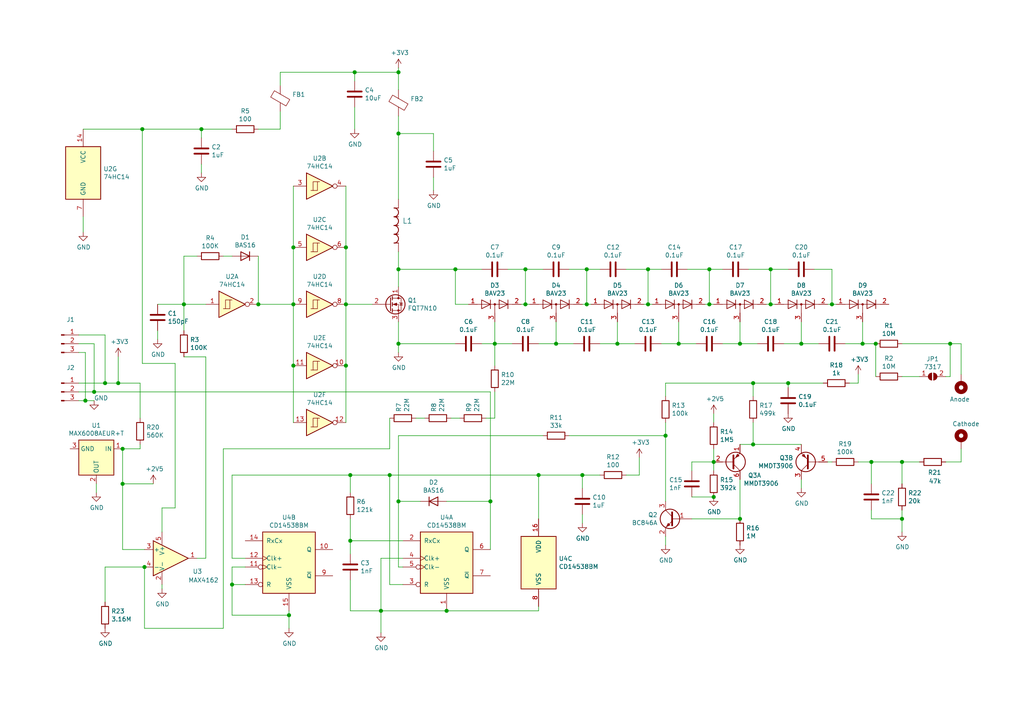
<source format=kicad_sch>
(kicad_sch (version 20201015) (generator eeschema)
  (paper "A4")
  (title_block (title "SafePulse") (date "2021-01-17") (rev "2.01") (company "SafeCast") (comment 1 "Double Sided Version"))
  (junction (at 24.765 116.205) (diameter 1.016))
  (junction (at 27.305 113.665) (diameter 1.016))
  (junction (at 30.48 111.125) (diameter 1.016))
  (junction (at 34.29 111.125) (diameter 1.016))
  (junction (at 35.56 130.175) (diameter 1.016))
  (junction (at 35.56 140.335) (diameter 1.016))
  (junction (at 41.275 37.465) (diameter 1.016))
  (junction (at 41.91 164.465) (diameter 1.016))
  (junction (at 53.34 88.265) (diameter 1.016))
  (junction (at 58.42 37.465) (diameter 1.016))
  (junction (at 67.31 169.545) (diameter 1.016))
  (junction (at 74.93 88.265) (diameter 1.016))
  (junction (at 83.82 178.435) (diameter 1.016))
  (junction (at 85.09 71.755) (diameter 1.016))
  (junction (at 85.09 88.265) (diameter 1.016))
  (junction (at 85.09 106.045) (diameter 1.016))
  (junction (at 100.33 71.755) (diameter 1.016))
  (junction (at 100.33 88.265) (diameter 1.016))
  (junction (at 100.33 106.045) (diameter 1.016))
  (junction (at 101.6 137.795) (diameter 1.016))
  (junction (at 101.6 156.845) (diameter 1.016))
  (junction (at 102.87 20.955) (diameter 1.016))
  (junction (at 110.49 177.165) (diameter 1.016))
  (junction (at 113.03 137.795) (diameter 1.016))
  (junction (at 115.57 20.955) (diameter 1.016))
  (junction (at 115.57 38.735) (diameter 1.016))
  (junction (at 115.57 78.105) (diameter 1.016))
  (junction (at 115.57 99.695) (diameter 1.016))
  (junction (at 115.57 145.415) (diameter 1.016))
  (junction (at 129.54 177.165) (diameter 1.016))
  (junction (at 132.08 78.105) (diameter 1.016))
  (junction (at 142.24 145.415) (diameter 1.016))
  (junction (at 143.51 99.695) (diameter 1.016))
  (junction (at 152.4 78.105) (diameter 1.016))
  (junction (at 152.4 88.265) (diameter 1.016))
  (junction (at 156.21 137.795) (diameter 1.016))
  (junction (at 161.29 99.695) (diameter 1.016))
  (junction (at 168.91 137.795) (diameter 1.016))
  (junction (at 170.18 78.105) (diameter 1.016))
  (junction (at 170.18 88.265) (diameter 1.016))
  (junction (at 179.07 99.695) (diameter 1.016))
  (junction (at 187.96 78.105) (diameter 1.016))
  (junction (at 187.96 88.265) (diameter 1.016))
  (junction (at 193.04 126.365) (diameter 1.016))
  (junction (at 196.85 99.695) (diameter 1.016))
  (junction (at 205.74 78.105) (diameter 1.016))
  (junction (at 205.74 88.265) (diameter 1.016))
  (junction (at 207.01 133.985) (diameter 1.016))
  (junction (at 207.01 144.145) (diameter 1.016))
  (junction (at 214.63 99.695) (diameter 1.016))
  (junction (at 214.63 150.495) (diameter 1.016))
  (junction (at 218.44 111.125) (diameter 1.016))
  (junction (at 218.44 128.905) (diameter 1.016))
  (junction (at 223.52 78.105) (diameter 1.016))
  (junction (at 223.52 88.265) (diameter 1.016))
  (junction (at 228.6 111.125) (diameter 1.016))
  (junction (at 232.41 99.695) (diameter 1.016))
  (junction (at 241.3 88.265) (diameter 1.016))
  (junction (at 250.19 99.695) (diameter 1.016))
  (junction (at 252.73 133.985) (diameter 1.016))
  (junction (at 254 99.695) (diameter 1.016))
  (junction (at 261.62 133.985) (diameter 1.016))
  (junction (at 261.62 150.495) (diameter 1.016))
  (junction (at 275.59 99.695) (diameter 1.016))
  (wire (pts (xy 22.86 97.155) (xy 30.48 97.155)))
  (wire (pts (xy 22.86 99.695) (xy 27.305 99.695)))
  (wire (pts (xy 22.86 102.235) (xy 24.765 102.235)))
  (wire (pts (xy 22.86 111.125) (xy 30.48 111.125)))
  (wire (pts (xy 22.86 113.665) (xy 27.305 113.665)))
  (wire (pts (xy 22.86 116.205) (xy 24.765 116.205)))
  (wire (pts (xy 24.13 37.465) (xy 41.275 37.465)))
  (wire (pts (xy 24.13 62.865) (xy 24.13 67.31)))
  (wire (pts (xy 24.765 102.235) (xy 24.765 116.205)))
  (wire (pts (xy 24.765 116.205) (xy 27.305 116.205)))
  (wire (pts (xy 27.305 99.695) (xy 27.305 113.665)))
  (wire (pts (xy 27.305 113.665) (xy 142.24 113.665)))
  (wire (pts (xy 27.94 142.875) (xy 27.94 140.335)))
  (wire (pts (xy 30.48 97.155) (xy 30.48 111.125)))
  (wire (pts (xy 30.48 111.125) (xy 34.29 111.125)))
  (wire (pts (xy 30.48 164.465) (xy 30.48 174.625)))
  (wire (pts (xy 34.29 103.505) (xy 34.29 111.125)))
  (wire (pts (xy 34.29 111.125) (xy 40.64 111.125)))
  (wire (pts (xy 35.56 130.175) (xy 35.56 140.335)))
  (wire (pts (xy 35.56 140.335) (xy 35.56 159.385)))
  (wire (pts (xy 40.64 111.125) (xy 40.64 121.285)))
  (wire (pts (xy 40.64 128.905) (xy 40.64 130.175)))
  (wire (pts (xy 40.64 130.175) (xy 35.56 130.175)))
  (wire (pts (xy 41.275 37.465) (xy 58.42 37.465)))
  (wire (pts (xy 41.275 105.41) (xy 41.275 37.465)))
  (wire (pts (xy 41.91 159.385) (xy 35.56 159.385)))
  (wire (pts (xy 41.91 164.465) (xy 30.48 164.465)))
  (wire (pts (xy 41.91 182.245) (xy 41.91 164.465)))
  (wire (pts (xy 44.45 140.335) (xy 35.56 140.335)))
  (wire (pts (xy 45.72 88.265) (xy 53.34 88.265)))
  (wire (pts (xy 45.72 95.885) (xy 45.72 98.425)))
  (wire (pts (xy 46.99 147.32) (xy 50.8 147.32)))
  (wire (pts (xy 46.99 154.305) (xy 46.99 147.32)))
  (wire (pts (xy 46.99 170.815) (xy 46.99 169.545)))
  (wire (pts (xy 50.8 105.41) (xy 41.275 105.41)))
  (wire (pts (xy 50.8 147.32) (xy 50.8 105.41)))
  (wire (pts (xy 53.34 74.295) (xy 53.34 88.265)))
  (wire (pts (xy 53.34 74.295) (xy 57.15 74.295)))
  (wire (pts (xy 53.34 88.265) (xy 53.34 95.885)))
  (wire (pts (xy 53.34 88.265) (xy 59.69 88.265)))
  (wire (pts (xy 57.15 161.925) (xy 59.69 161.925)))
  (wire (pts (xy 58.42 40.005) (xy 58.42 37.465)))
  (wire (pts (xy 58.42 50.165) (xy 58.42 47.625)))
  (wire (pts (xy 59.69 103.505) (xy 53.34 103.505)))
  (wire (pts (xy 59.69 161.925) (xy 59.69 103.505)))
  (wire (pts (xy 64.77 74.295) (xy 67.31 74.295)))
  (wire (pts (xy 64.77 130.175) (xy 64.77 182.245)))
  (wire (pts (xy 64.77 130.175) (xy 113.03 130.175)))
  (wire (pts (xy 64.77 182.245) (xy 41.91 182.245)))
  (wire (pts (xy 67.31 37.465) (xy 58.42 37.465)))
  (wire (pts (xy 67.31 137.795) (xy 67.31 161.925)))
  (wire (pts (xy 67.31 161.925) (xy 71.12 161.925)))
  (wire (pts (xy 67.31 164.465) (xy 67.31 169.545)))
  (wire (pts (xy 67.31 169.545) (xy 67.31 178.435)))
  (wire (pts (xy 67.31 178.435) (xy 83.82 178.435)))
  (wire (pts (xy 71.12 164.465) (xy 67.31 164.465)))
  (wire (pts (xy 71.12 169.545) (xy 67.31 169.545)))
  (wire (pts (xy 74.93 37.465) (xy 81.28 37.465)))
  (wire (pts (xy 74.93 74.295) (xy 74.93 88.265)))
  (wire (pts (xy 74.93 88.265) (xy 85.09 88.265)))
  (wire (pts (xy 81.28 20.955) (xy 102.87 20.955)))
  (wire (pts (xy 81.28 24.765) (xy 81.28 20.955)))
  (wire (pts (xy 81.28 37.465) (xy 81.28 32.385)))
  (wire (pts (xy 83.82 178.435) (xy 83.82 177.165)))
  (wire (pts (xy 83.82 182.245) (xy 83.82 178.435)))
  (wire (pts (xy 85.09 53.975) (xy 85.09 71.755)))
  (wire (pts (xy 85.09 71.755) (xy 85.09 88.265)))
  (wire (pts (xy 85.09 88.265) (xy 85.09 106.045)))
  (wire (pts (xy 85.09 106.045) (xy 85.09 122.555)))
  (wire (pts (xy 100.33 53.975) (xy 100.33 71.755)))
  (wire (pts (xy 100.33 71.755) (xy 100.33 88.265)))
  (wire (pts (xy 100.33 88.265) (xy 100.33 106.045)))
  (wire (pts (xy 100.33 88.265) (xy 107.95 88.265)))
  (wire (pts (xy 100.33 106.045) (xy 100.33 122.555)))
  (wire (pts (xy 101.6 137.795) (xy 67.31 137.795)))
  (wire (pts (xy 101.6 142.875) (xy 101.6 137.795)))
  (wire (pts (xy 101.6 150.495) (xy 101.6 156.845)))
  (wire (pts (xy 101.6 156.845) (xy 101.6 160.655)))
  (wire (pts (xy 101.6 168.275) (xy 101.6 177.165)))
  (wire (pts (xy 101.6 177.165) (xy 110.49 177.165)))
  (wire (pts (xy 102.87 20.955) (xy 115.57 20.955)))
  (wire (pts (xy 102.87 23.495) (xy 102.87 20.955)))
  (wire (pts (xy 102.87 31.115) (xy 102.87 37.465)))
  (wire (pts (xy 110.49 161.925) (xy 110.49 177.165)))
  (wire (pts (xy 110.49 177.165) (xy 110.49 183.515)))
  (wire (pts (xy 110.49 177.165) (xy 129.54 177.165)))
  (wire (pts (xy 113.03 130.175) (xy 113.03 121.285)))
  (wire (pts (xy 113.03 137.795) (xy 101.6 137.795)))
  (wire (pts (xy 113.03 137.795) (xy 156.21 137.795)))
  (wire (pts (xy 113.03 169.545) (xy 113.03 137.795)))
  (wire (pts (xy 115.57 20.955) (xy 115.57 19.685)))
  (wire (pts (xy 115.57 26.035) (xy 115.57 20.955)))
  (wire (pts (xy 115.57 33.655) (xy 115.57 38.735)))
  (wire (pts (xy 115.57 38.735) (xy 115.57 57.785)))
  (wire (pts (xy 115.57 73.025) (xy 115.57 78.105)))
  (wire (pts (xy 115.57 78.105) (xy 132.08 78.105)))
  (wire (pts (xy 115.57 83.185) (xy 115.57 78.105)))
  (wire (pts (xy 115.57 93.345) (xy 115.57 99.695)))
  (wire (pts (xy 115.57 99.695) (xy 132.08 99.695)))
  (wire (pts (xy 115.57 102.235) (xy 115.57 99.695)))
  (wire (pts (xy 115.57 126.365) (xy 157.48 126.365)))
  (wire (pts (xy 115.57 145.415) (xy 115.57 126.365)))
  (wire (pts (xy 115.57 145.415) (xy 121.92 145.415)))
  (wire (pts (xy 115.57 164.465) (xy 115.57 145.415)))
  (wire (pts (xy 116.84 156.845) (xy 101.6 156.845)))
  (wire (pts (xy 116.84 161.925) (xy 110.49 161.925)))
  (wire (pts (xy 116.84 164.465) (xy 115.57 164.465)))
  (wire (pts (xy 116.84 169.545) (xy 113.03 169.545)))
  (wire (pts (xy 120.65 121.285) (xy 123.19 121.285)))
  (wire (pts (xy 125.73 38.735) (xy 115.57 38.735)))
  (wire (pts (xy 125.73 43.815) (xy 125.73 38.735)))
  (wire (pts (xy 125.73 55.245) (xy 125.73 51.435)))
  (wire (pts (xy 129.54 145.415) (xy 142.24 145.415)))
  (wire (pts (xy 129.54 177.165) (xy 156.21 177.165)))
  (wire (pts (xy 130.81 121.285) (xy 133.35 121.285)))
  (wire (pts (xy 132.08 78.105) (xy 132.08 88.265)))
  (wire (pts (xy 135.89 88.265) (xy 132.08 88.265)))
  (wire (pts (xy 139.7 78.105) (xy 132.08 78.105)))
  (wire (pts (xy 139.7 99.695) (xy 143.51 99.695)))
  (wire (pts (xy 140.97 121.285) (xy 143.51 121.285)))
  (wire (pts (xy 142.24 113.665) (xy 142.24 145.415)))
  (wire (pts (xy 142.24 145.415) (xy 142.24 159.385)))
  (wire (pts (xy 143.51 93.345) (xy 143.51 99.695)))
  (wire (pts (xy 143.51 99.695) (xy 148.59 99.695)))
  (wire (pts (xy 143.51 106.045) (xy 143.51 99.695)))
  (wire (pts (xy 143.51 113.665) (xy 143.51 121.285)))
  (wire (pts (xy 151.13 88.265) (xy 152.4 88.265)))
  (wire (pts (xy 152.4 78.105) (xy 147.32 78.105)))
  (wire (pts (xy 152.4 88.265) (xy 152.4 78.105)))
  (wire (pts (xy 152.4 88.265) (xy 153.67 88.265)))
  (wire (pts (xy 156.21 99.695) (xy 161.29 99.695)))
  (wire (pts (xy 156.21 137.795) (xy 168.91 137.795)))
  (wire (pts (xy 156.21 150.495) (xy 156.21 137.795)))
  (wire (pts (xy 156.21 177.165) (xy 156.21 175.895)))
  (wire (pts (xy 157.48 78.105) (xy 152.4 78.105)))
  (wire (pts (xy 161.29 93.345) (xy 161.29 99.695)))
  (wire (pts (xy 161.29 99.695) (xy 166.37 99.695)))
  (wire (pts (xy 165.1 78.105) (xy 170.18 78.105)))
  (wire (pts (xy 165.1 126.365) (xy 193.04 126.365)))
  (wire (pts (xy 168.91 88.265) (xy 170.18 88.265)))
  (wire (pts (xy 168.91 137.795) (xy 173.99 137.795)))
  (wire (pts (xy 168.91 141.605) (xy 168.91 137.795)))
  (wire (pts (xy 168.91 149.225) (xy 168.91 151.765)))
  (wire (pts (xy 170.18 78.105) (xy 173.99 78.105)))
  (wire (pts (xy 170.18 88.265) (xy 170.18 78.105)))
  (wire (pts (xy 170.18 88.265) (xy 171.45 88.265)))
  (wire (pts (xy 173.99 99.695) (xy 179.07 99.695)))
  (wire (pts (xy 179.07 93.345) (xy 179.07 99.695)))
  (wire (pts (xy 179.07 99.695) (xy 184.15 99.695)))
  (wire (pts (xy 181.61 78.105) (xy 187.96 78.105)))
  (wire (pts (xy 181.61 137.795) (xy 185.42 137.795)))
  (wire (pts (xy 185.42 137.795) (xy 185.42 132.715)))
  (wire (pts (xy 186.69 88.265) (xy 187.96 88.265)))
  (wire (pts (xy 187.96 78.105) (xy 191.77 78.105)))
  (wire (pts (xy 187.96 88.265) (xy 187.96 78.105)))
  (wire (pts (xy 187.96 88.265) (xy 189.23 88.265)))
  (wire (pts (xy 191.77 99.695) (xy 196.85 99.695)))
  (wire (pts (xy 193.04 111.125) (xy 193.04 114.935)))
  (wire (pts (xy 193.04 111.125) (xy 218.44 111.125)))
  (wire (pts (xy 193.04 122.555) (xy 193.04 126.365)))
  (wire (pts (xy 193.04 126.365) (xy 193.04 145.415)))
  (wire (pts (xy 193.04 158.115) (xy 193.04 155.575)))
  (wire (pts (xy 196.85 93.345) (xy 196.85 99.695)))
  (wire (pts (xy 196.85 99.695) (xy 201.93 99.695)))
  (wire (pts (xy 199.39 78.105) (xy 205.74 78.105)))
  (wire (pts (xy 200.66 133.985) (xy 207.01 133.985)))
  (wire (pts (xy 200.66 136.525) (xy 200.66 133.985)))
  (wire (pts (xy 200.66 144.145) (xy 207.01 144.145)))
  (wire (pts (xy 200.66 150.495) (xy 214.63 150.495)))
  (wire (pts (xy 204.47 88.265) (xy 205.74 88.265)))
  (wire (pts (xy 205.74 78.105) (xy 209.55 78.105)))
  (wire (pts (xy 205.74 88.265) (xy 205.74 78.105)))
  (wire (pts (xy 205.74 88.265) (xy 207.01 88.265)))
  (wire (pts (xy 207.01 120.015) (xy 207.01 122.555)))
  (wire (pts (xy 207.01 130.175) (xy 207.01 133.985)))
  (wire (pts (xy 207.01 133.985) (xy 207.01 136.525)))
  (wire (pts (xy 209.55 99.695) (xy 214.63 99.695)))
  (wire (pts (xy 214.63 93.345) (xy 214.63 99.695)))
  (wire (pts (xy 214.63 99.695) (xy 219.71 99.695)))
  (wire (pts (xy 214.63 128.905) (xy 218.44 128.905)))
  (wire (pts (xy 214.63 139.065) (xy 214.63 150.495)))
  (wire (pts (xy 217.17 78.105) (xy 223.52 78.105)))
  (wire (pts (xy 218.44 111.125) (xy 218.44 114.935)))
  (wire (pts (xy 218.44 111.125) (xy 228.6 111.125)))
  (wire (pts (xy 218.44 122.555) (xy 218.44 128.905)))
  (wire (pts (xy 218.44 128.905) (xy 232.41 128.905)))
  (wire (pts (xy 222.25 88.265) (xy 223.52 88.265)))
  (wire (pts (xy 223.52 78.105) (xy 228.6 78.105)))
  (wire (pts (xy 223.52 88.265) (xy 223.52 78.105)))
  (wire (pts (xy 223.52 88.265) (xy 224.79 88.265)))
  (wire (pts (xy 227.33 99.695) (xy 232.41 99.695)))
  (wire (pts (xy 228.6 111.125) (xy 228.6 112.395)))
  (wire (pts (xy 228.6 111.125) (xy 238.76 111.125)))
  (wire (pts (xy 232.41 93.345) (xy 232.41 99.695)))
  (wire (pts (xy 232.41 99.695) (xy 237.49 99.695)))
  (wire (pts (xy 232.41 141.605) (xy 232.41 139.065)))
  (wire (pts (xy 236.22 78.105) (xy 241.3 78.105)))
  (wire (pts (xy 240.03 88.265) (xy 241.3 88.265)))
  (wire (pts (xy 240.03 133.985) (xy 241.3 133.985)))
  (wire (pts (xy 241.3 78.105) (xy 241.3 88.265)))
  (wire (pts (xy 241.3 88.265) (xy 242.57 88.265)))
  (wire (pts (xy 245.11 99.695) (xy 250.19 99.695)))
  (wire (pts (xy 246.38 111.125) (xy 248.92 111.125)))
  (wire (pts (xy 248.92 111.125) (xy 248.92 108.585)))
  (wire (pts (xy 248.92 133.985) (xy 252.73 133.985)))
  (wire (pts (xy 250.19 93.345) (xy 250.19 99.695)))
  (wire (pts (xy 250.19 99.695) (xy 254 99.695)))
  (wire (pts (xy 252.73 133.985) (xy 252.73 140.335)))
  (wire (pts (xy 252.73 133.985) (xy 261.62 133.985)))
  (wire (pts (xy 252.73 147.955) (xy 252.73 150.495)))
  (wire (pts (xy 252.73 150.495) (xy 261.62 150.495)))
  (wire (pts (xy 254 109.22) (xy 254 99.695)))
  (wire (pts (xy 261.62 99.695) (xy 275.59 99.695)))
  (wire (pts (xy 261.62 109.22) (xy 266.7 109.22)))
  (wire (pts (xy 261.62 133.985) (xy 261.62 140.335)))
  (wire (pts (xy 261.62 133.985) (xy 266.7 133.985)))
  (wire (pts (xy 261.62 147.955) (xy 261.62 150.495)))
  (wire (pts (xy 261.62 150.495) (xy 261.62 154.305)))
  (wire (pts (xy 274.32 109.22) (xy 275.59 109.22)))
  (wire (pts (xy 274.32 133.985) (xy 278.765 133.985)))
  (wire (pts (xy 275.59 99.695) (xy 278.765 99.695)))
  (wire (pts (xy 275.59 109.22) (xy 275.59 99.695)))
  (wire (pts (xy 278.765 99.695) (xy 278.765 108.585)))
  (wire (pts (xy 278.765 133.985) (xy 278.765 130.175)))
  (symbol (lib_id "power:+3.3V") (at 34.29 103.505 0) (unit 1)
    (property "Reference" "#PWR04" (effects hide))
    (property "Value" "+3.3V" (at 34.671 99.1108 0))
  )
  (symbol (lib_id "power:+2V5") (at 44.45 140.335 0) (unit 1)
    (property "Reference" "#PWR08" (effects hide))
    (property "Value" "+2V5" (at 44.8183 136.0106 0))
  )
  (symbol (lib_id "power:+3.3V") (at 115.57 19.685 0) (unit 1)
    (property "Reference" "#PWR013" (effects hide))
    (property "Value" "+3.3V" (at 115.951 15.2908 0))
  )
  (symbol (lib_id "power:+3.3V") (at 185.42 132.715 0) (unit 1)
    (property "Reference" "#PWR017" (effects hide))
    (property "Value" "+3.3V" (at 185.801 128.3208 0))
  )
  (symbol (lib_id "power:+2V5") (at 207.01 120.015 0) (unit 1)
    (property "Reference" "#PWR019" (effects hide))
    (property "Value" "+2V5" (at 207.3783 115.6906 0))
  )
  (symbol (lib_id "power:+3V3") (at 248.92 108.585 0) (unit 1)
    (property "Reference" "#PWR024" (effects hide))
    (property "Value" "+3V3" (at 249.2883 104.2606 0))
  )
  (symbol (lib_id "power:GND") (at 24.13 67.31 0) (unit 1)
    (property "Reference" "#PWR03" (effects hide))
    (property "Value" "GND" (at 24.257 71.7042 0))
  )
  (symbol (lib_id "power:GND") (at 27.305 116.205 0) (unit 1)
    (property "Reference" "#PWR05" (effects hide))
    (property "Value" "GND" (at 29.3243 115.4494 0))
  )
  (symbol (lib_id "power:GND") (at 27.94 142.875 0) (unit 1)
    (property "Reference" "#PWR01" (effects hide))
    (property "Value" "GND" (at 28.067 147.2692 0))
  )
  (symbol (lib_id "power:GND") (at 30.48 182.245 0) (unit 1)
    (property "Reference" "#PWR02" (effects hide))
    (property "Value" "GND" (at 30.607 186.6392 0))
  )
  (symbol (lib_id "power:GND") (at 45.72 98.425 0) (unit 1)
    (property "Reference" "#PWR06" (effects hide))
    (property "Value" "GND" (at 45.847 102.8192 0))
  )
  (symbol (lib_id "power:GND") (at 46.99 170.815 0) (unit 1)
    (property "Reference" "#PWR07" (effects hide))
    (property "Value" "GND" (at 47.117 175.2092 0))
  )
  (symbol (lib_id "power:GND") (at 58.42 50.165 0) (unit 1)
    (property "Reference" "#PWR09" (effects hide))
    (property "Value" "GND" (at 58.547 54.5592 0))
  )
  (symbol (lib_id "power:GND") (at 83.82 182.245 0) (unit 1)
    (property "Reference" "#PWR010" (effects hide))
    (property "Value" "GND" (at 83.947 186.6392 0))
  )
  (symbol (lib_id "power:GND") (at 102.87 37.465 0) (unit 1)
    (property "Reference" "#PWR011" (effects hide))
    (property "Value" "GND" (at 102.997 41.8592 0))
  )
  (symbol (lib_id "power:GND") (at 110.49 183.515 0) (unit 1)
    (property "Reference" "#PWR012" (effects hide))
    (property "Value" "GND" (at 110.617 187.9092 0))
  )
  (symbol (lib_id "power:GND") (at 115.57 102.235 0) (unit 1)
    (property "Reference" "#PWR014" (effects hide))
    (property "Value" "GND" (at 115.697 106.6292 0))
  )
  (symbol (lib_id "power:GND") (at 125.73 55.245 0) (unit 1)
    (property "Reference" "#PWR015" (effects hide))
    (property "Value" "GND" (at 125.857 59.6392 0))
  )
  (symbol (lib_id "power:GND") (at 168.91 151.765 0) (unit 1)
    (property "Reference" "#PWR016" (effects hide))
    (property "Value" "GND" (at 169.037 156.1592 0))
  )
  (symbol (lib_id "power:GND") (at 193.04 158.115 0) (unit 1)
    (property "Reference" "#PWR018" (effects hide))
    (property "Value" "GND" (at 193.167 162.5092 0))
  )
  (symbol (lib_id "power:GND") (at 207.01 144.145 0) (unit 1)
    (property "Reference" "#PWR020" (effects hide))
    (property "Value" "GND" (at 207.1243 148.4694 0))
  )
  (symbol (lib_id "power:GND") (at 214.63 158.115 0) (unit 1)
    (property "Reference" "#PWR021" (effects hide))
    (property "Value" "GND" (at 214.7443 162.4394 0))
  )
  (symbol (lib_id "power:GND") (at 228.6 120.015 0) (unit 1)
    (property "Reference" "#PWR022" (effects hide))
    (property "Value" "GND" (at 228.7143 124.3394 0))
  )
  (symbol (lib_id "power:GND") (at 232.41 141.605 0) (unit 1)
    (property "Reference" "#PWR023" (effects hide))
    (property "Value" "GND" (at 232.537 145.9992 0))
  )
  (symbol (lib_id "power:GND") (at 261.62 154.305 0) (unit 1)
    (property "Reference" "#PWR025" (effects hide))
    (property "Value" "GND" (at 261.7343 158.6294 0))
  )
  (symbol (lib_id "Device:R") (at 30.48 178.435 0) (unit 1)
    (property "Reference" "R23" (at 32.258 177.267 0) (effects (justify left)))
    (property "Value" "3.16M" (at 32.258 179.578 0) (effects (justify left)))
    (property "Footprint" "Resistor_SMD:R_0805_2012Metric" (effects hide))
    (property "Datasheet" "https://www.digikey.com/en/products/detail/yageo/RC0805FR-073M16L/727809" (effects hide))
  )
  (symbol (lib_id "Device:R") (at 40.64 125.095 0) (unit 1)
    (property "Reference" "R20" (at 42.418 123.927 0) (effects (justify left)))
    (property "Value" "560K" (at 42.418 126.238 0) (effects (justify left)))
    (property "Footprint" "Resistor_SMD:R_0805_2012Metric" (effects hide))
    (property "Datasheet" "https://www.digikey.com/en/products/detail/yageo/RT0805FRE07560KL/1079317" (effects hide))
  )
  (symbol (lib_id "Device:R") (at 53.34 99.695 0) (unit 1)
    (property "Reference" "R3" (at 55.118 98.5266 0) (effects (justify left)))
    (property "Value" "100K" (at 55.118 100.838 0) (effects (justify left)))
    (property "Footprint" "Resistor_SMD:R_0805_2012Metric" (effects hide))
    (property "Datasheet" "https://www.digikey.com/en/products/detail/stackpole-electronics-inc/RMCF0805FT100K/1760712" (effects hide))
  )
  (symbol (lib_id "Device:R") (at 60.96 74.295 90) (unit 1)
    (property "Reference" "R4" (at 60.96 69.0372 90))
    (property "Value" "100K" (at 60.96 71.3486 90))
    (property "Footprint" "Resistor_SMD:R_0805_2012Metric" (effects hide))
    (property "Datasheet" "https://www.digikey.com/en/products/detail/stackpole-electronics-inc/RMCF0805FT100K/1760712" (effects hide))
  )
  (symbol (lib_id "Device:R") (at 71.12 37.465 90) (unit 1)
    (property "Reference" "R5" (at 71.12 32.2072 90))
    (property "Value" "100" (at 71.12 34.519 90))
    (property "Footprint" "Resistor_SMD:R_0805_2012Metric" (effects hide))
    (property "Datasheet" "https://www.digikey.com/en/products/detail/te-connectivity-passive-product/CRG0805F100R/2380830" (effects hide))
  )
  (symbol (lib_id "Device:R") (at 101.6 146.685 0) (unit 1)
    (property "Reference" "R6" (at 103.378 145.5166 0) (effects (justify left)))
    (property "Value" "121k" (at 103.378 147.828 0) (effects (justify left)))
    (property "Footprint" "Resistor_SMD:R_0805_2012Metric" (effects hide))
    (property "Datasheet" "https://www.digikey.com/en/products/detail/koa-speer-electronics-inc/RK73H2ATTD1213F/10235721" (effects hide))
  )
  (symbol (lib_id "Device:R") (at 116.84 121.285 90) (unit 1)
    (property "Reference" "R7" (at 115.6716 119.507 0) (effects (justify left)))
    (property "Value" "22M" (at 117.983 119.507 0) (effects (justify left)))
    (property "Footprint" "Resistor_SMD:R_0805_2012Metric" (effects hide))
    (property "Datasheet" "https://www.digikey.com/en/products/detail/stackpole-electronics-inc/RMCF0805FT22M0/6053747" (effects hide))
  )
  (symbol (lib_id "Device:R") (at 127 121.285 90) (unit 1)
    (property "Reference" "R8" (at 125.8316 119.507 0) (effects (justify left)))
    (property "Value" "22M" (at 128.143 119.507 0) (effects (justify left)))
    (property "Footprint" "Resistor_SMD:R_0805_2012Metric" (effects hide))
    (property "Datasheet" "https://www.digikey.com/en/products/detail/stackpole-electronics-inc/RMCF0805FT22M0/6053747" (effects hide))
  )
  (symbol (lib_id "Device:R") (at 137.16 121.285 90) (unit 1)
    (property "Reference" "R9" (at 135.9916 119.507 0) (effects (justify left)))
    (property "Value" "22M" (at 138.303 119.507 0) (effects (justify left)))
    (property "Footprint" "Resistor_SMD:R_0805_2012Metric" (effects hide))
    (property "Datasheet" "https://www.digikey.com/en/products/detail/stackpole-electronics-inc/RMCF0805FT22M0/6053747" (effects hide))
  )
  (symbol (lib_id "Device:R") (at 143.51 109.855 0) (unit 1)
    (property "Reference" "R10" (at 145.288 108.6866 0) (effects (justify left)))
    (property "Value" "22M" (at 145.288 110.998 0) (effects (justify left)))
    (property "Footprint" "Resistor_SMD:R_0805_2012Metric" (effects hide))
    (property "Datasheet" "https://www.digikey.com/en/products/detail/stackpole-electronics-inc/RMCF0805FT22M0/6053747" (effects hide))
  )
  (symbol (lib_id "Device:R") (at 161.29 126.365 90) (unit 1)
    (property "Reference" "R11" (at 161.29 121.1072 90))
    (property "Value" "33k" (at 161.29 123.4186 90))
    (property "Footprint" "Resistor_SMD:R_0805_2012Metric" (effects hide))
    (property "Datasheet" "https://www.digikey.com/en/products/detail/te-connectivity-passive-product/CRGCQ0805F33K/8576369" (effects hide))
  )
  (symbol (lib_id "Device:R") (at 177.8 137.795 270) (unit 1)
    (property "Reference" "R12" (at 177.8 132.5372 90))
    (property "Value" "100" (at 177.8 134.8486 90))
    (property "Footprint" "Resistor_SMD:R_0805_2012Metric" (effects hide))
    (property "Datasheet" "https://www.digikey.com/en/products/detail/te-connectivity-passive-product/CRG0805F100R/2380830" (effects hide))
  )
  (symbol (lib_id "Device:R") (at 193.04 118.745 0) (unit 1)
    (property "Reference" "R13" (at 194.8181 117.5956 0) (effects (justify left)))
    (property "Value" "100k" (at 194.818 119.894 0) (effects (justify left)))
    (property "Footprint" "Resistor_SMD:R_0805_2012Metric" (effects hide))
    (property "Datasheet" "https://www.digikey.com/en/products/detail/stackpole-electronics-inc/RMCF0805FT100K/1760712" (effects hide))
  )
  (symbol (lib_id "Device:R") (at 207.01 126.365 0) (unit 1)
    (property "Reference" "R14" (at 208.7881 125.2156 0) (effects (justify left)))
    (property "Value" "1M5" (at 208.788 127.514 0) (effects (justify left)))
    (property "Footprint" "Resistor_SMD:R_0805_2012Metric" (effects hide))
    (property "Datasheet" "https://www.digikey.com/en/products/detail/vishay-dale/CRCW08051M50FKEA/1176034" (effects hide))
  )
  (symbol (lib_id "Device:R") (at 207.01 140.335 0) (unit 1)
    (property "Reference" "R15" (at 208.7881 139.1856 0) (effects (justify left)))
    (property "Value" "392k" (at 208.788 141.484 0) (effects (justify left)))
    (property "Footprint" "Resistor_SMD:R_0805_2012Metric" (effects hide))
    (property "Datasheet" "https://www.digikey.com/en/products/detail/yageo/RC0805FR-07392KL/727905" (effects hide))
  )
  (symbol (lib_id "Device:R") (at 214.63 154.305 0) (unit 1)
    (property "Reference" "R16" (at 216.4081 153.1556 0) (effects (justify left)))
    (property "Value" "1M" (at 216.408 155.454 0) (effects (justify left)))
    (property "Footprint" "Resistor_SMD:R_0805_2012Metric" (effects hide))
    (property "Datasheet" "https://www.digikey.com/en/products/detail/yageo/RT0805FRE071ML/1079056" (effects hide))
  )
  (symbol (lib_id "Device:R") (at 218.44 118.745 0) (unit 1)
    (property "Reference" "R17" (at 220.2181 117.5956 0) (effects (justify left)))
    (property "Value" "499k" (at 220.218 119.894 0) (effects (justify left)))
    (property "Footprint" "Resistor_SMD:R_0805_2012Metric" (effects hide))
    (property "Datasheet" "https://www.digikey.com/en/products/detail/stackpole-electronics-inc/RMCF0805FT499K/1760301" (effects hide))
  )
  (symbol (lib_id "Device:R") (at 242.57 111.125 90) (unit 1)
    (property "Reference" "R18" (at 242.57 105.8988 90))
    (property "Value" "1k" (at 242.57 108.197 90))
    (property "Footprint" "Resistor_SMD:R_0805_2012Metric" (effects hide))
    (property "Datasheet" "https://www.digikey.com/en/products/detail/yageo/RT0805FRE071KL/1079055" (effects hide))
  )
  (symbol (lib_id "Device:R") (at 245.11 133.985 90) (unit 1)
    (property "Reference" "R19" (at 245.11 128.7588 90))
    (property "Value" "100k" (at 245.11 131.058 90))
    (property "Footprint" "Resistor_SMD:R_0805_2012Metric" (effects hide))
    (property "Datasheet" "https://www.digikey.com/en/products/detail/stackpole-electronics-inc/RMCF0805FT100K/1760712" (effects hide))
  )
  (symbol (lib_id "Device:R") (at 257.81 99.695 90) (unit 1)
    (property "Reference" "R1" (at 257.81 94.437 90))
    (property "Value" "10M" (at 257.81 96.749 90))
    (property "Footprint" "Resistor_SMD:R_1206_3216Metric" (effects hide))
    (property "Datasheet" "https://www.digikey.com/en/products/detail/yageo/RC1206FR-0710ML/728484" (effects hide))
  )
  (symbol (lib_id "Device:R") (at 257.81 109.22 90) (unit 1)
    (property "Reference" "R2" (at 257.81 103.962 90))
    (property "Value" "10M" (at 257.81 106.274 90))
    (property "Footprint" "Resistor_SMD:R_1206_3216Metric" (effects hide))
    (property "Datasheet" "https://www.digikey.com/en/products/detail/yageo/RC1206FR-0710ML/728484" (effects hide))
  )
  (symbol (lib_id "Device:R") (at 261.62 144.145 0) (unit 1)
    (property "Reference" "R22" (at 263.3981 142.9956 0) (effects (justify left)))
    (property "Value" "20k" (at 263.398 145.294 0) (effects (justify left)))
    (property "Footprint" "Resistor_SMD:R_0805_2012Metric" (effects hide))
    (property "Datasheet" "https://www.digikey.com/en/products/detail/panasonic-electronic-components/ERJ-6ENF2002V/111532" (effects hide))
  )
  (symbol (lib_id "Device:R") (at 270.51 133.985 270) (unit 1)
    (property "Reference" "R21" (at 269.1194 137.0331 90) (effects (justify left)))
    (property "Value" "47k" (at 269.361 139.573 90) (effects (justify left)))
    (property "Footprint" "Resistor_SMD:R_0805_2012Metric" (effects hide))
    (property "Datasheet" "https://www.digikey.com/en/products/detail/yageo/RC0805FR-0747KL/727973" (effects hide))
  )
  (symbol (lib_id "Jumper:SolderJumper_2_Open") (at 270.51 109.22 0) (unit 1)
    (property "Reference" "JP1" (at 270.51 104.1208 0))
    (property "Value" "7317" (at 270.51 106.42 0))
    (property "Footprint" "Jumper:SolderJumper-2_P1.3mm_Open_RoundedPad1.0x1.5mm" (effects hide))
  )
  (symbol (lib_id "Mechanical:MountingHole_Pad") (at 278.765 111.125 180) (unit 1)
    (property "Reference" "H2" (effects hide))
    (property "Value" "Anode" (at 281.305 115.818 0) (effects (justify left)))
    (property "Footprint" "TestPoint:TestPoint_Loop_D3.80mm_Drill2.0mm" (effects hide))
  )
  (symbol (lib_id "Mechanical:MountingHole_Pad") (at 278.765 127.635 0) (unit 1)
    (property "Reference" "H1" (effects hide))
    (property "Value" "Cathode" (at 276.225 122.942 0) (effects (justify left)))
    (property "Footprint" "TestPoint:TestPoint_Loop_D3.80mm_Drill2.0mm" (effects hide))
  )
  (symbol (lib_id "Diode:1N4148W") (at 71.12 74.295 180) (unit 1)
    (property "Reference" "D1" (at 71.12 68.7832 0))
    (property "Value" "BAS16" (at 71.12 71.095 0))
    (property "Footprint" "Diode_SMD:D_SOT-23_ANK" (effects hide))
    (property "Datasheet" "https://www.vishay.com/docs/85748/1n4148w.pdf" (effects hide))
  )
  (symbol (lib_id "Diode:1N4148W") (at 125.73 145.415 0) (unit 1)
    (property "Reference" "D2" (at 125.73 139.9032 0))
    (property "Value" "BAS16" (at 125.73 142.2146 0))
    (property "Footprint" "Diode_SMD:D_SOT-23_ANK" (effects hide))
    (property "Datasheet" "https://www.vishay.com/docs/85748/1n4148w.pdf" (effects hide))
  )
  (symbol (lib_id "2021-01-06_02-33-04:NRS6020T2R2NMGJ") (at 115.57 73.025 90) (unit 1)
    (property "Reference" "L1" (at 116.6876 64.0588 90) (effects (font (size 1.524 1.524)) (justify right)))
    (property "Value" "NRS6020T2R2NMGJ" (effects hide))
    (property "Footprint" "Inductor_SMD:L_Taiyo-Yuden_MD-4040" (effects hide))
    (property "Datasheet" "https://www.digikey.com/en/products/detail/taiyo-yuden/NRS6020T2R2NMGJ/2665967" (effects hide))
  )
  (symbol (lib_id "Device:C") (at 45.72 92.075 0) (unit 1)
    (property "Reference" "C1" (at 48.641 90.9066 0) (effects (justify left)))
    (property "Value" "150pF" (at 48.641 93.218 0) (effects (justify left)))
    (property "Footprint" "Capacitor_SMD:C_0805_2012Metric" (effects hide))
    (property "Datasheet" "https://www.digikey.com/en/products/detail/w%C3%BCrth-elektronik/885012207111/9346002" (effects hide))
  )
  (symbol (lib_id "Device:C") (at 58.42 43.815 0) (unit 1)
    (property "Reference" "C2" (at 61.341 42.6466 0) (effects (justify left)))
    (property "Value" "1uF" (at 61.341 44.958 0) (effects (justify left)))
    (property "Footprint" "Capacitor_SMD:C_0805_2012Metric" (effects hide))
    (property "Datasheet" "https://www.digikey.com/en/products/detail/samsung-electro-mechanics/CL21B105KOFNNNG/3894469" (effects hide))
  )
  (symbol (lib_id "Device:C") (at 101.6 164.465 0) (unit 1)
    (property "Reference" "C3" (at 104.521 163.2966 0) (effects (justify left)))
    (property "Value" "1nF" (at 104.521 165.608 0) (effects (justify left)))
    (property "Footprint" "Capacitor_SMD:C_0805_2012Metric" (effects hide))
    (property "Datasheet" "https://www.digikey.com/en/products/detail/tdk-corporation/C1005X7R1H102K050BA/513719" (effects hide))
  )
  (symbol (lib_id "Device:C") (at 102.87 27.305 0) (unit 1)
    (property "Reference" "C4" (at 105.791 26.1366 0) (effects (justify left)))
    (property "Value" "10uF" (at 105.791 28.448 0) (effects (justify left)))
    (property "Footprint" "Capacitor_SMD:C_1210_3225Metric" (effects hide))
    (property "Datasheet" "https://www.digikey.com/en/products/detail/taiyo-yuden/EMK325BJ106KN-T/930729" (effects hide))
  )
  (symbol (lib_id "Device:C") (at 125.73 47.625 0) (unit 1)
    (property "Reference" "C5" (at 128.651 46.4566 0) (effects (justify left)))
    (property "Value" "1uF" (at 128.651 48.768 0) (effects (justify left)))
    (property "Footprint" "Capacitor_SMD:C_0805_2012Metric" (effects hide))
    (property "Datasheet" "https://www.digikey.com/en/products/detail/samsung-electro-mechanics/CL21B105KOFNNNG/3894469" (effects hide))
  )
  (symbol (lib_id "Device:C") (at 135.89 99.695 90) (unit 1)
    (property "Reference" "C6" (at 135.89 93.2942 90))
    (property "Value" "0.1uF" (at 135.89 95.6056 90))
    (property "Footprint" "Capacitor_SMD:C_0805_2012Metric" (effects hide))
    (property "Datasheet" "https://www.digikey.com/en/products/detail/tdk-corporation/C2012X7T2E104K125AA/2733184" (effects hide))
  )
  (symbol (lib_id "Device:C") (at 143.51 78.105 90) (unit 1)
    (property "Reference" "C7" (at 143.51 71.7042 90))
    (property "Value" "0.1uF" (at 143.51 74.0156 90))
    (property "Footprint" "Capacitor_SMD:C_0805_2012Metric" (effects hide))
    (property "Datasheet" "https://www.digikey.com/en/products/detail/tdk-corporation/C2012X7T2E104K125AA/2733184" (effects hide))
  )
  (symbol (lib_id "Device:C") (at 152.4 99.695 90) (unit 1)
    (property "Reference" "C8" (at 152.4 93.2942 90))
    (property "Value" "0.1uF" (at 152.4 95.6056 90))
    (property "Footprint" "Capacitor_SMD:C_0805_2012Metric" (effects hide))
    (property "Datasheet" "https://www.digikey.com/en/products/detail/tdk-corporation/C2012X7T2E104K125AA/2733184" (effects hide))
  )
  (symbol (lib_id "Device:C") (at 161.29 78.105 90) (unit 1)
    (property "Reference" "C9" (at 161.29 71.7042 90))
    (property "Value" "0.1uF" (at 161.29 74.0156 90))
    (property "Footprint" "Capacitor_SMD:C_0805_2012Metric" (effects hide))
    (property "Datasheet" "https://www.digikey.com/en/products/detail/tdk-corporation/C2012X7T2E104K125AA/2733184" (effects hide))
  )
  (symbol (lib_id "Device:C") (at 168.91 145.415 0) (unit 1)
    (property "Reference" "C10" (at 171.831 144.2466 0) (effects (justify left)))
    (property "Value" "1uF" (at 171.831 146.558 0) (effects (justify left)))
    (property "Footprint" "Capacitor_SMD:C_0805_2012Metric" (effects hide))
    (property "Datasheet" "https://www.digikey.com/en/products/detail/samsung-electro-mechanics/CL21B105KOFNNNG/3894469" (effects hide))
  )
  (symbol (lib_id "Device:C") (at 170.18 99.695 90) (unit 1)
    (property "Reference" "C11" (at 170.18 93.2942 90))
    (property "Value" "0.1uF" (at 170.18 95.6056 90))
    (property "Footprint" "Capacitor_SMD:C_0805_2012Metric" (effects hide))
    (property "Datasheet" "https://www.digikey.com/en/products/detail/tdk-corporation/C2012X7T2E104K125AA/2733184" (effects hide))
  )
  (symbol (lib_id "Device:C") (at 177.8 78.105 90) (unit 1)
    (property "Reference" "C12" (at 177.8 71.7042 90))
    (property "Value" "0.1uF" (at 177.8 74.0156 90))
    (property "Footprint" "Capacitor_SMD:C_0805_2012Metric" (effects hide))
    (property "Datasheet" "https://www.digikey.com/en/products/detail/tdk-corporation/C2012X7T2E104K125AA/2733184" (effects hide))
  )
  (symbol (lib_id "Device:C") (at 187.96 99.695 90) (unit 1)
    (property "Reference" "C13" (at 187.96 93.2942 90))
    (property "Value" "0.1uF" (at 187.96 95.6056 90))
    (property "Footprint" "Capacitor_SMD:C_0805_2012Metric" (effects hide))
    (property "Datasheet" "https://www.digikey.com/en/products/detail/tdk-corporation/C2012X7T2E104K125AA/2733184" (effects hide))
  )
  (symbol (lib_id "Device:C") (at 195.58 78.105 90) (unit 1)
    (property "Reference" "C14" (at 195.58 71.7042 90))
    (property "Value" "0.1uF" (at 195.58 74.0156 90))
    (property "Footprint" "Capacitor_SMD:C_0805_2012Metric" (effects hide))
    (property "Datasheet" "https://www.digikey.com/en/products/detail/tdk-corporation/C2012X7T2E104K125AA/2733184" (effects hide))
  )
  (symbol (lib_id "Device:C") (at 200.66 140.335 0) (unit 1)
    (property "Reference" "C15" (at 194.0561 139.1856 0) (effects (justify left)))
    (property "Value" "1nF" (at 194.056 141.484 0) (effects (justify left)))
    (property "Footprint" "Capacitor_SMD:C_0805_2012Metric" (effects hide))
    (property "Datasheet" "https://www.digikey.com/en/products/detail/tdk-corporation/C1005X7R1H102K050BA/513719" (effects hide))
  )
  (symbol (lib_id "Device:C") (at 205.74 99.695 90) (unit 1)
    (property "Reference" "C16" (at 205.74 93.2942 90))
    (property "Value" "0.1uF" (at 205.74 95.6056 90))
    (property "Footprint" "Capacitor_SMD:C_0805_2012Metric" (effects hide))
    (property "Datasheet" "https://www.digikey.com/en/products/detail/tdk-corporation/C2012X7T2E104K125AA/2733184" (effects hide))
  )
  (symbol (lib_id "Device:C") (at 213.36 78.105 90) (unit 1)
    (property "Reference" "C17" (at 213.36 71.7042 90))
    (property "Value" "0.1uF" (at 213.36 74.0156 90))
    (property "Footprint" "Capacitor_SMD:C_0805_2012Metric" (effects hide))
    (property "Datasheet" "https://www.digikey.com/en/products/detail/tdk-corporation/C2012X7T2E104K125AA/2733184" (effects hide))
  )
  (symbol (lib_id "Device:C") (at 223.52 99.695 90) (unit 1)
    (property "Reference" "C18" (at 223.52 93.2942 90))
    (property "Value" "0.1uF" (at 223.52 95.6056 90))
    (property "Footprint" "Capacitor_SMD:C_0805_2012Metric" (effects hide))
    (property "Datasheet" "https://www.digikey.com/en/products/detail/tdk-corporation/C2012X7T2E104K125AA/2733184" (effects hide))
  )
  (symbol (lib_id "Device:C") (at 228.6 116.205 0) (unit 1)
    (property "Reference" "C19" (at 231.5211 115.0556 0) (effects (justify left)))
    (property "Value" "0.1uF" (at 231.521 117.354 0) (effects (justify left)))
    (property "Footprint" "Capacitor_SMD:C_0805_2012Metric" (effects hide))
    (property "Datasheet" "https://www.digikey.com/en/products/detail/tdk-corporation/C2012X7T2E104K125AA/2733184" (effects hide))
  )
  (symbol (lib_id "Device:C") (at 232.41 78.105 90) (unit 1)
    (property "Reference" "C20" (at 232.41 71.7042 90))
    (property "Value" "0.1uF" (at 232.41 74.0156 90))
    (property "Footprint" "Capacitor_SMD:C_0805_2012Metric" (effects hide))
    (property "Datasheet" "https://www.digikey.com/en/products/detail/tdk-corporation/C2012X7T2E104K125AA/2733184" (effects hide))
  )
  (symbol (lib_id "Device:C") (at 241.3 99.695 90) (unit 1)
    (property "Reference" "C21" (at 241.3 93.2942 90))
    (property "Value" "0.1uF" (at 241.3 95.6056 90))
    (property "Footprint" "Capacitor_SMD:C_0805_2012Metric" (effects hide))
    (property "Datasheet" "https://www.digikey.com/en/products/detail/tdk-corporation/C2012X7T2E104K125AA/2733184" (effects hide))
  )
  (symbol (lib_id "Device:C") (at 252.73 144.145 0) (unit 1)
    (property "Reference" "C22" (at 255.6511 142.9956 0) (effects (justify left)))
    (property "Value" "1nF" (at 255.651 145.294 0) (effects (justify left)))
    (property "Footprint" "Capacitor_SMD:C_0805_2012Metric" (effects hide))
    (property "Datasheet" "https://www.digikey.com/en/products/detail/tdk-corporation/C1005X7R1H102K050BA/513719" (effects hide))
  )
  (symbol (lib_id "Connector:Conn_01x03_Male") (at 17.78 99.695 0) (unit 1)
    (property "Reference" "J1" (at 20.472 92.691 0))
    (property "Value" "Conn_01x03_Male" (effects hide))
    (property "Footprint" "Connector_PinHeader_2.54mm:PinHeader_1x03_P2.54mm_Vertical" (effects hide))
  )
  (symbol (lib_id "Connector:Conn_01x03_Male") (at 17.78 113.665 0) (unit 1)
    (property "Reference" "J2" (at 20.472 106.661 0))
    (property "Value" "Conn_01x03_Male" (effects hide))
    (property "Footprint" "Connector_PinHeader_2.54mm:PinHeader_1x03_P2.54mm_Vertical" (effects hide))
  )
  (symbol (lib_id "Device:Ferrite_Bead") (at 81.28 28.575 0) (unit 1)
    (property "Reference" "FB1" (at 84.7598 27.4066 0) (effects (justify left)))
    (property "Value" "BKP2125HS221-T" (effects hide))
    (property "Footprint" "Resistor_SMD:R_0805_2012Metric" (effects hide))
    (property "Datasheet" "https://www.digikey.com/en/products/detail/taiyo-yuden/BKP2125HS221-T/957823" (effects hide))
  )
  (symbol (lib_id "Device:Ferrite_Bead") (at 115.57 29.845 0) (unit 1)
    (property "Reference" "FB2" (at 119.0498 28.6766 0) (effects (justify left)))
    (property "Value" "BKP2125HS221-T" (effects hide))
    (property "Footprint" "Resistor_SMD:R_0805_2012Metric" (effects hide))
    (property "Datasheet" "https://www.digikey.com/en/products/detail/taiyo-yuden/BKP2125HS221-T/957823" (effects hide))
  )
  (symbol (lib_id "Transistor_BJT:BC846") (at 195.58 150.495 0) (mirror y) (unit 1)
    (property "Reference" "Q2" (at 190.7286 149.3266 0) (effects (justify left)))
    (property "Value" "BC846A" (at 190.7286 151.638 0) (effects (justify left)))
    (property "Footprint" "Package_TO_SOT_SMD:SOT-23" (effects hide))
    (property "Datasheet" "https://www.digikey.com/en/products/detail/diodes-incorporated/BC846A-7-F/1934446" (effects hide))
  )
  (symbol (lib_id "Transistor_BJT:MMDT3906") (at 212.09 133.985 0) (mirror x) (unit 1)
    (property "Reference" "Q3" (at 216.9414 137.8966 0) (effects (justify left)))
    (property "Value" "MMDT3906" (at 215.6714 140.208 0) (effects (justify left)))
    (property "Footprint" "Package_TO_SOT_SMD:SOT-363_SC-70-6" (effects hide))
    (property "Datasheet" "https://www.digikey.com/en/products/detail/diodes-incorporated/MMDT3906-7-F/814540" (effects hide))
  )
  (symbol (lib_id "Transistor_BJT:MMDT3906") (at 234.95 133.985 180) (unit 2)
    (property "Reference" "Q3" (at 230.0986 132.8166 0) (effects (justify left)))
    (property "Value" "MMDT3906" (at 230.0986 135.128 0) (effects (justify left)))
    (property "Footprint" "Package_TO_SOT_SMD:SOT-363_SC-70-6" (effects hide))
    (property "Datasheet" "https://www.digikey.com/en/products/detail/diodes-incorporated/MMDT3906-7-F/814540" (effects hide))
  )
  (symbol (lib_id "Diode:BAV99") (at 143.51 88.265 0) (unit 1)
    (property "Reference" "D3" (at 143.51 82.7786 0))
    (property "Value" "BAV23" (at 143.51 85.09 0))
    (property "Footprint" "Package_TO_SOT_SMD:SOT-23" (effects hide))
    (property "Datasheet" "https://www.digikey.com/en/products/detail/tdk-corporation/C2012X7T2E104K125AA/2733184" (effects hide))
  )
  (symbol (lib_id "Diode:BAV99") (at 161.29 88.265 0) (unit 1)
    (property "Reference" "D4" (at 161.29 82.7786 0))
    (property "Value" "BAV23" (at 161.29 85.09 0))
    (property "Footprint" "Package_TO_SOT_SMD:SOT-23" (effects hide))
    (property "Datasheet" "https://www.digikey.com/en/products/detail/tdk-corporation/C2012X7T2E104K125AA/2733184" (effects hide))
  )
  (symbol (lib_id "Diode:BAV99") (at 179.07 88.265 0) (unit 1)
    (property "Reference" "D5" (at 179.07 82.7786 0))
    (property "Value" "BAV23" (at 179.07 85.09 0))
    (property "Footprint" "Package_TO_SOT_SMD:SOT-23" (effects hide))
    (property "Datasheet" "https://www.digikey.com/en/products/detail/tdk-corporation/C2012X7T2E104K125AA/2733184" (effects hide))
  )
  (symbol (lib_id "Diode:BAV99") (at 196.85 88.265 0) (unit 1)
    (property "Reference" "D6" (at 196.85 82.7786 0))
    (property "Value" "BAV23" (at 196.85 85.09 0))
    (property "Footprint" "Package_TO_SOT_SMD:SOT-23" (effects hide))
    (property "Datasheet" "https://www.digikey.com/en/products/detail/tdk-corporation/C2012X7T2E104K125AA/2733184" (effects hide))
  )
  (symbol (lib_id "Diode:BAV99") (at 214.63 88.265 0) (unit 1)
    (property "Reference" "D7" (at 214.63 82.7786 0))
    (property "Value" "BAV23" (at 214.63 85.09 0))
    (property "Footprint" "Package_TO_SOT_SMD:SOT-23" (effects hide))
    (property "Datasheet" "https://www.digikey.com/en/products/detail/tdk-corporation/C2012X7T2E104K125AA/2733184" (effects hide))
  )
  (symbol (lib_id "Diode:BAV99") (at 232.41 88.265 0) (unit 1)
    (property "Reference" "D8" (at 232.41 82.7786 0))
    (property "Value" "BAV23" (at 232.41 85.09 0))
    (property "Footprint" "Package_TO_SOT_SMD:SOT-23" (effects hide))
    (property "Datasheet" "https://www.digikey.com/en/products/detail/tdk-corporation/C2012X7T2E104K125AA/2733184" (effects hide))
  )
  (symbol (lib_id "Diode:BAV99") (at 250.19 88.265 0) (unit 1)
    (property "Reference" "D9" (at 250.19 82.7786 0))
    (property "Value" "BAV23" (at 250.19 85.09 0))
    (property "Footprint" "Package_TO_SOT_SMD:SOT-23" (effects hide))
    (property "Datasheet" "https://www.digikey.com/en/products/detail/tdk-corporation/C2012X7T2E104K125AA/2733184" (effects hide))
  )
  (symbol (lib_id "Transistor_FET:IRF6655") (at 113.03 88.265 0) (unit 1)
    (property "Reference" "Q1" (at 118.237 87.116 0) (effects (justify left)))
    (property "Value" "FQT7N10" (at 118.237 89.414 0) (effects (justify left)))
    (property "Footprint" "Package_TO_SOT_SMD:SOT-223-3_TabPin2" (effects hide))
    (property "Datasheet" "https://www.digikey.com/en/products/detail/on-semiconductor/FQT7N10LTF/965354" (effects hide))
  )
  (symbol (lib_id "74xx:74HC14") (at 67.31 88.265 0) (unit 1)
    (property "Reference" "U2" (at 67.31 80.2132 0))
    (property "Value" "74HC14" (at 67.31 82.5246 0))
    (property "Footprint" "Package_SO:SOIC-14_3.9x8.7mm_P1.27mm" (effects hide))
    (property "Datasheet" "https://www.digikey.com/en/products/detail/texas-instruments/CD74HC14M96/390309" (effects hide))
  )
  (symbol (lib_id "74xx:74HC14") (at 92.71 53.975 0) (unit 2)
    (property "Reference" "U2" (at 92.71 45.9232 0))
    (property "Value" "74HC14" (at 92.71 48.2346 0))
    (property "Footprint" "Package_SO:SOIC-14_3.9x8.7mm_P1.27mm" (effects hide))
    (property "Datasheet" "https://www.digikey.com/en/products/detail/texas-instruments/CD74HC14M96/390309" (effects hide))
  )
  (symbol (lib_id "74xx:74HC14") (at 92.71 71.755 0) (unit 3)
    (property "Reference" "U2" (at 92.71 63.7032 0))
    (property "Value" "74HC14" (at 92.71 66.0146 0))
    (property "Footprint" "Package_SO:SOIC-14_3.9x8.7mm_P1.27mm" (effects hide))
    (property "Datasheet" "https://www.digikey.com/en/products/detail/texas-instruments/CD74HC14M96/390309" (effects hide))
  )
  (symbol (lib_id "74xx:74HC14") (at 92.71 88.265 0) (unit 4)
    (property "Reference" "U2" (at 92.71 80.2132 0))
    (property "Value" "74HC14" (at 92.71 82.5246 0))
    (property "Footprint" "Package_SO:SOIC-14_3.9x8.7mm_P1.27mm" (effects hide))
    (property "Datasheet" "https://www.digikey.com/en/products/detail/texas-instruments/CD74HC14M96/390309" (effects hide))
  )
  (symbol (lib_id "74xx:74HC14") (at 92.71 106.045 0) (unit 5)
    (property "Reference" "U2" (at 92.71 97.9932 0))
    (property "Value" "74HC14" (at 92.71 100.3046 0))
    (property "Footprint" "Package_SO:SOIC-14_3.9x8.7mm_P1.27mm" (effects hide))
    (property "Datasheet" "https://www.digikey.com/en/products/detail/texas-instruments/CD74HC14M96/390309" (effects hide))
  )
  (symbol (lib_id "74xx:74HC14") (at 92.71 122.555 0) (unit 6)
    (property "Reference" "U2" (at 92.71 114.5032 0))
    (property "Value" "74HC14" (at 92.71 116.8146 0))
    (property "Footprint" "Package_SO:SOIC-14_3.9x8.7mm_P1.27mm" (effects hide))
    (property "Datasheet" "https://www.digikey.com/en/products/detail/texas-instruments/CD74HC14M96/390309" (effects hide))
  )
  (symbol (lib_id "Reference_Voltage:MAX6035xxUR30") (at 27.94 132.715 270) (unit 1)
    (property "Reference" "U1" (at 27.94 123.3932 90))
    (property "Value" "MAX6008AEUR+T" (at 27.94 125.7046 90))
    (property "Footprint" "Package_TO_SOT_SMD:SOT-23" (effects hide))
    (property "Datasheet" "https://www.digikey.com/en/products/detail/maxim-integrated/MAX6008AEUR-T/1519060" (effects hide))
  )
  (symbol (lib_id "Amplifier_Operational:TLV2371DBV") (at 49.53 161.925 0) (unit 1)
    (property "Reference" "U3" (at 55.88 165.735 0) (effects (justify left)))
    (property "Value" "MAX4162" (at 54.61 168.275 0) (effects (justify left)))
    (property "Footprint" "Package_TO_SOT_SMD:SOT-23-5" (effects hide))
    (property "Datasheet" "http://www.ti.com/lit/ds/symlink/tlv2375.pdf" (effects hide))
  )
  (symbol (lib_id "74xx:74HC14") (at 24.13 50.165 0) (unit 7)
    (property "Reference" "U2" (at 29.972 48.9966 0) (effects (justify left)))
    (property "Value" "74HC14" (at 29.972 51.308 0) (effects (justify left)))
    (property "Footprint" "Package_SO:SOIC-14_3.9x8.7mm_P1.27mm" (effects hide))
    (property "Datasheet" "https://www.digikey.com/en/products/detail/texas-instruments/CD74HC14M96/390309" (effects hide))
  )
  (symbol (lib_id "4xxx:4538") (at 156.21 163.195 0) (unit 3)
    (property "Reference" "U4" (at 162.052 162.0266 0) (effects (justify left)))
    (property "Value" "CD14538BM" (at 162.052 164.338 0) (effects (justify left)))
    (property "Footprint" "Package_SO:SOIC-16_3.9x9.9mm_P1.27mm" (effects hide))
    (property "Datasheet" "https://assets.nexperia.com/documents/data-sheet/HEF4538B.pdf" (effects hide))
  )
  (symbol (lib_id "4xxx:4538") (at 83.82 161.925 0) (unit 2)
    (property "Reference" "U4" (at 83.82 150.0632 0))
    (property "Value" "CD14538BM" (at 83.82 152.3746 0))
    (property "Footprint" "Package_SO:SOIC-16_3.9x9.9mm_P1.27mm" (effects hide))
    (property "Datasheet" "https://assets.nexperia.com/documents/data-sheet/HEF4538B.pdf" (effects hide))
  )
  (symbol (lib_id "4xxx:4538") (at 129.54 161.925 0) (unit 1)
    (property "Reference" "U4" (at 129.54 150.0632 0))
    (property "Value" "CD14538BM" (at 129.54 152.3746 0))
    (property "Footprint" "Package_SO:SOIC-16_3.9x9.9mm_P1.27mm" (effects hide))
    (property "Datasheet" "https://assets.nexperia.com/documents/data-sheet/HEF4538B.pdf" (effects hide))
  )
)
</source>
